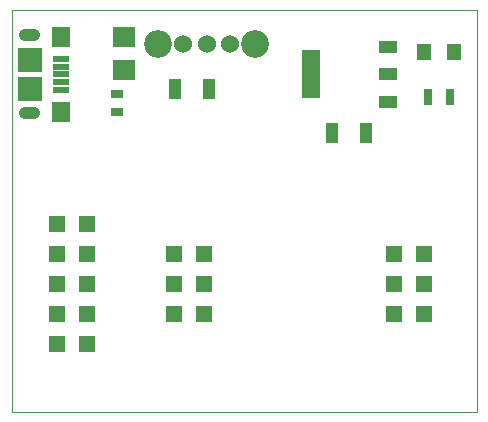
<source format=gts>
G75*
%MOIN*%
%OFA0B0*%
%FSLAX25Y25*%
%IPPOS*%
%LPD*%
%AMOC8*
5,1,8,0,0,1.08239X$1,22.5*
%
%ADD10C,0.00000*%
%ADD11R,0.05715X0.01975*%
%ADD12R,0.05912X0.06699*%
%ADD13R,0.07880X0.07880*%
%ADD14C,0.03943*%
%ADD15R,0.06306X0.16148*%
%ADD16R,0.06306X0.04337*%
%ADD17R,0.07487X0.06699*%
%ADD18C,0.06000*%
%ADD19C,0.09258*%
%ADD20R,0.03943X0.02762*%
%ADD21R,0.04731X0.05321*%
%ADD22R,0.03156X0.05518*%
%ADD23R,0.03943X0.06699*%
%ADD24R,0.05715X0.05715*%
D10*
X0001500Y0001500D02*
X0001500Y0135500D01*
X0156500Y0135500D01*
X0156500Y0001500D01*
X0001500Y0001500D01*
D11*
X0018000Y0108882D03*
X0018000Y0111441D03*
X0018000Y0114000D03*
X0018000Y0116559D03*
X0018000Y0119118D03*
D12*
X0018000Y0126598D03*
X0018000Y0101402D03*
D13*
X0007469Y0109276D03*
X0007469Y0118724D03*
D14*
X0008866Y0126992D02*
X0008866Y0126992D01*
X0006110Y0126992D01*
X0006110Y0126992D01*
X0008866Y0126992D01*
X0008866Y0101008D02*
X0008866Y0101008D01*
X0006110Y0101008D01*
X0006110Y0101008D01*
X0008866Y0101008D01*
D15*
X0101205Y0114000D03*
D16*
X0126795Y0114000D03*
X0126795Y0123055D03*
X0126795Y0104945D03*
D17*
X0039000Y0115488D03*
X0039000Y0126512D03*
D18*
X0058600Y0124000D03*
X0066500Y0124000D03*
X0074400Y0124000D03*
D19*
X0082650Y0124000D03*
X0050350Y0124000D03*
D20*
X0036500Y0107453D03*
X0036500Y0101547D03*
D21*
X0139079Y0121500D03*
X0148921Y0121500D03*
D22*
X0147740Y0106500D03*
X0140260Y0106500D03*
D23*
X0119709Y0094500D03*
X0108291Y0094500D03*
X0067209Y0109000D03*
X0055791Y0109000D03*
D24*
X0026500Y0064000D03*
X0016500Y0064000D03*
X0016500Y0054000D03*
X0026500Y0054000D03*
X0026500Y0044000D03*
X0016500Y0044000D03*
X0016500Y0034000D03*
X0026500Y0034000D03*
X0026500Y0024000D03*
X0016500Y0024000D03*
X0055500Y0034000D03*
X0065500Y0034000D03*
X0065500Y0044000D03*
X0055500Y0044000D03*
X0055500Y0054000D03*
X0065500Y0054000D03*
X0129000Y0054000D03*
X0139000Y0054000D03*
X0139000Y0044000D03*
X0129000Y0044000D03*
X0129000Y0034000D03*
X0139000Y0034000D03*
M02*

</source>
